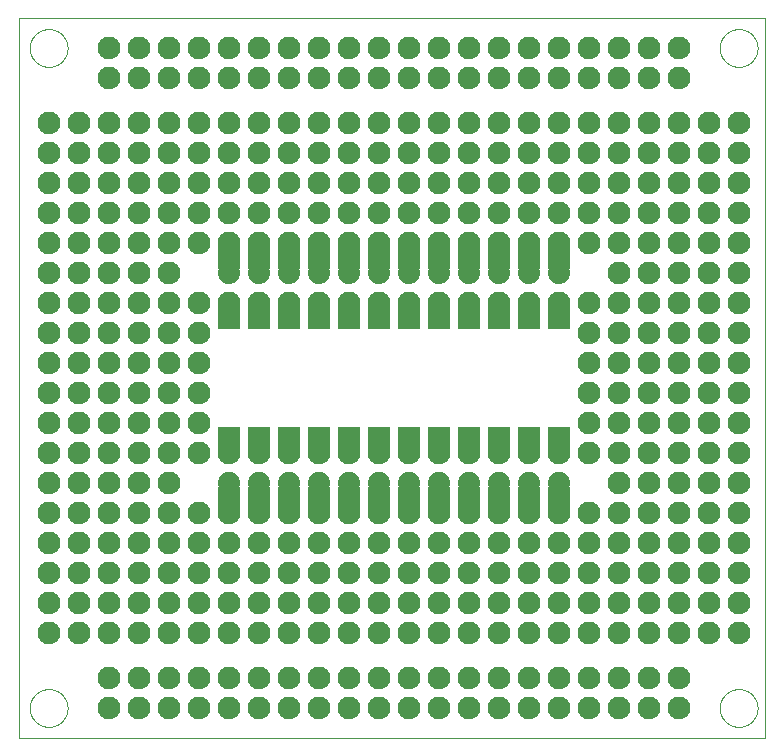
<source format=gtl>
G75*
%MOIN*%
%OFA0B0*%
%FSLAX25Y25*%
%IPPOS*%
%LPD*%
%AMOC8*
5,1,8,0,0,1.08239X$1,22.5*
%
%ADD10C,0.00000*%
%ADD11C,0.07400*%
%ADD12C,0.07600*%
%ADD13R,0.07600X0.07600*%
D10*
X0001167Y0001000D02*
X0001167Y0240961D01*
X0249867Y0240961D01*
X0249867Y0001000D01*
X0001167Y0001000D01*
X0004868Y0011000D02*
X0004870Y0011158D01*
X0004876Y0011316D01*
X0004886Y0011474D01*
X0004900Y0011632D01*
X0004918Y0011789D01*
X0004939Y0011946D01*
X0004965Y0012102D01*
X0004995Y0012258D01*
X0005028Y0012413D01*
X0005066Y0012566D01*
X0005107Y0012719D01*
X0005152Y0012871D01*
X0005201Y0013022D01*
X0005254Y0013171D01*
X0005310Y0013319D01*
X0005370Y0013465D01*
X0005434Y0013610D01*
X0005502Y0013753D01*
X0005573Y0013895D01*
X0005647Y0014035D01*
X0005725Y0014172D01*
X0005807Y0014308D01*
X0005891Y0014442D01*
X0005980Y0014573D01*
X0006071Y0014702D01*
X0006166Y0014829D01*
X0006263Y0014954D01*
X0006364Y0015076D01*
X0006468Y0015195D01*
X0006575Y0015312D01*
X0006685Y0015426D01*
X0006798Y0015537D01*
X0006913Y0015646D01*
X0007031Y0015751D01*
X0007152Y0015853D01*
X0007275Y0015953D01*
X0007401Y0016049D01*
X0007529Y0016142D01*
X0007659Y0016232D01*
X0007792Y0016318D01*
X0007927Y0016402D01*
X0008063Y0016481D01*
X0008202Y0016558D01*
X0008343Y0016630D01*
X0008485Y0016700D01*
X0008629Y0016765D01*
X0008775Y0016827D01*
X0008922Y0016885D01*
X0009071Y0016940D01*
X0009221Y0016991D01*
X0009372Y0017038D01*
X0009524Y0017081D01*
X0009677Y0017120D01*
X0009832Y0017156D01*
X0009987Y0017187D01*
X0010143Y0017215D01*
X0010299Y0017239D01*
X0010456Y0017259D01*
X0010614Y0017275D01*
X0010771Y0017287D01*
X0010930Y0017295D01*
X0011088Y0017299D01*
X0011246Y0017299D01*
X0011404Y0017295D01*
X0011563Y0017287D01*
X0011720Y0017275D01*
X0011878Y0017259D01*
X0012035Y0017239D01*
X0012191Y0017215D01*
X0012347Y0017187D01*
X0012502Y0017156D01*
X0012657Y0017120D01*
X0012810Y0017081D01*
X0012962Y0017038D01*
X0013113Y0016991D01*
X0013263Y0016940D01*
X0013412Y0016885D01*
X0013559Y0016827D01*
X0013705Y0016765D01*
X0013849Y0016700D01*
X0013991Y0016630D01*
X0014132Y0016558D01*
X0014271Y0016481D01*
X0014407Y0016402D01*
X0014542Y0016318D01*
X0014675Y0016232D01*
X0014805Y0016142D01*
X0014933Y0016049D01*
X0015059Y0015953D01*
X0015182Y0015853D01*
X0015303Y0015751D01*
X0015421Y0015646D01*
X0015536Y0015537D01*
X0015649Y0015426D01*
X0015759Y0015312D01*
X0015866Y0015195D01*
X0015970Y0015076D01*
X0016071Y0014954D01*
X0016168Y0014829D01*
X0016263Y0014702D01*
X0016354Y0014573D01*
X0016443Y0014442D01*
X0016527Y0014308D01*
X0016609Y0014172D01*
X0016687Y0014035D01*
X0016761Y0013895D01*
X0016832Y0013753D01*
X0016900Y0013610D01*
X0016964Y0013465D01*
X0017024Y0013319D01*
X0017080Y0013171D01*
X0017133Y0013022D01*
X0017182Y0012871D01*
X0017227Y0012719D01*
X0017268Y0012566D01*
X0017306Y0012413D01*
X0017339Y0012258D01*
X0017369Y0012102D01*
X0017395Y0011946D01*
X0017416Y0011789D01*
X0017434Y0011632D01*
X0017448Y0011474D01*
X0017458Y0011316D01*
X0017464Y0011158D01*
X0017466Y0011000D01*
X0017464Y0010842D01*
X0017458Y0010684D01*
X0017448Y0010526D01*
X0017434Y0010368D01*
X0017416Y0010211D01*
X0017395Y0010054D01*
X0017369Y0009898D01*
X0017339Y0009742D01*
X0017306Y0009587D01*
X0017268Y0009434D01*
X0017227Y0009281D01*
X0017182Y0009129D01*
X0017133Y0008978D01*
X0017080Y0008829D01*
X0017024Y0008681D01*
X0016964Y0008535D01*
X0016900Y0008390D01*
X0016832Y0008247D01*
X0016761Y0008105D01*
X0016687Y0007965D01*
X0016609Y0007828D01*
X0016527Y0007692D01*
X0016443Y0007558D01*
X0016354Y0007427D01*
X0016263Y0007298D01*
X0016168Y0007171D01*
X0016071Y0007046D01*
X0015970Y0006924D01*
X0015866Y0006805D01*
X0015759Y0006688D01*
X0015649Y0006574D01*
X0015536Y0006463D01*
X0015421Y0006354D01*
X0015303Y0006249D01*
X0015182Y0006147D01*
X0015059Y0006047D01*
X0014933Y0005951D01*
X0014805Y0005858D01*
X0014675Y0005768D01*
X0014542Y0005682D01*
X0014407Y0005598D01*
X0014271Y0005519D01*
X0014132Y0005442D01*
X0013991Y0005370D01*
X0013849Y0005300D01*
X0013705Y0005235D01*
X0013559Y0005173D01*
X0013412Y0005115D01*
X0013263Y0005060D01*
X0013113Y0005009D01*
X0012962Y0004962D01*
X0012810Y0004919D01*
X0012657Y0004880D01*
X0012502Y0004844D01*
X0012347Y0004813D01*
X0012191Y0004785D01*
X0012035Y0004761D01*
X0011878Y0004741D01*
X0011720Y0004725D01*
X0011563Y0004713D01*
X0011404Y0004705D01*
X0011246Y0004701D01*
X0011088Y0004701D01*
X0010930Y0004705D01*
X0010771Y0004713D01*
X0010614Y0004725D01*
X0010456Y0004741D01*
X0010299Y0004761D01*
X0010143Y0004785D01*
X0009987Y0004813D01*
X0009832Y0004844D01*
X0009677Y0004880D01*
X0009524Y0004919D01*
X0009372Y0004962D01*
X0009221Y0005009D01*
X0009071Y0005060D01*
X0008922Y0005115D01*
X0008775Y0005173D01*
X0008629Y0005235D01*
X0008485Y0005300D01*
X0008343Y0005370D01*
X0008202Y0005442D01*
X0008063Y0005519D01*
X0007927Y0005598D01*
X0007792Y0005682D01*
X0007659Y0005768D01*
X0007529Y0005858D01*
X0007401Y0005951D01*
X0007275Y0006047D01*
X0007152Y0006147D01*
X0007031Y0006249D01*
X0006913Y0006354D01*
X0006798Y0006463D01*
X0006685Y0006574D01*
X0006575Y0006688D01*
X0006468Y0006805D01*
X0006364Y0006924D01*
X0006263Y0007046D01*
X0006166Y0007171D01*
X0006071Y0007298D01*
X0005980Y0007427D01*
X0005891Y0007558D01*
X0005807Y0007692D01*
X0005725Y0007828D01*
X0005647Y0007965D01*
X0005573Y0008105D01*
X0005502Y0008247D01*
X0005434Y0008390D01*
X0005370Y0008535D01*
X0005310Y0008681D01*
X0005254Y0008829D01*
X0005201Y0008978D01*
X0005152Y0009129D01*
X0005107Y0009281D01*
X0005066Y0009434D01*
X0005028Y0009587D01*
X0004995Y0009742D01*
X0004965Y0009898D01*
X0004939Y0010054D01*
X0004918Y0010211D01*
X0004900Y0010368D01*
X0004886Y0010526D01*
X0004876Y0010684D01*
X0004870Y0010842D01*
X0004868Y0011000D01*
X0004868Y0231000D02*
X0004870Y0231158D01*
X0004876Y0231316D01*
X0004886Y0231474D01*
X0004900Y0231632D01*
X0004918Y0231789D01*
X0004939Y0231946D01*
X0004965Y0232102D01*
X0004995Y0232258D01*
X0005028Y0232413D01*
X0005066Y0232566D01*
X0005107Y0232719D01*
X0005152Y0232871D01*
X0005201Y0233022D01*
X0005254Y0233171D01*
X0005310Y0233319D01*
X0005370Y0233465D01*
X0005434Y0233610D01*
X0005502Y0233753D01*
X0005573Y0233895D01*
X0005647Y0234035D01*
X0005725Y0234172D01*
X0005807Y0234308D01*
X0005891Y0234442D01*
X0005980Y0234573D01*
X0006071Y0234702D01*
X0006166Y0234829D01*
X0006263Y0234954D01*
X0006364Y0235076D01*
X0006468Y0235195D01*
X0006575Y0235312D01*
X0006685Y0235426D01*
X0006798Y0235537D01*
X0006913Y0235646D01*
X0007031Y0235751D01*
X0007152Y0235853D01*
X0007275Y0235953D01*
X0007401Y0236049D01*
X0007529Y0236142D01*
X0007659Y0236232D01*
X0007792Y0236318D01*
X0007927Y0236402D01*
X0008063Y0236481D01*
X0008202Y0236558D01*
X0008343Y0236630D01*
X0008485Y0236700D01*
X0008629Y0236765D01*
X0008775Y0236827D01*
X0008922Y0236885D01*
X0009071Y0236940D01*
X0009221Y0236991D01*
X0009372Y0237038D01*
X0009524Y0237081D01*
X0009677Y0237120D01*
X0009832Y0237156D01*
X0009987Y0237187D01*
X0010143Y0237215D01*
X0010299Y0237239D01*
X0010456Y0237259D01*
X0010614Y0237275D01*
X0010771Y0237287D01*
X0010930Y0237295D01*
X0011088Y0237299D01*
X0011246Y0237299D01*
X0011404Y0237295D01*
X0011563Y0237287D01*
X0011720Y0237275D01*
X0011878Y0237259D01*
X0012035Y0237239D01*
X0012191Y0237215D01*
X0012347Y0237187D01*
X0012502Y0237156D01*
X0012657Y0237120D01*
X0012810Y0237081D01*
X0012962Y0237038D01*
X0013113Y0236991D01*
X0013263Y0236940D01*
X0013412Y0236885D01*
X0013559Y0236827D01*
X0013705Y0236765D01*
X0013849Y0236700D01*
X0013991Y0236630D01*
X0014132Y0236558D01*
X0014271Y0236481D01*
X0014407Y0236402D01*
X0014542Y0236318D01*
X0014675Y0236232D01*
X0014805Y0236142D01*
X0014933Y0236049D01*
X0015059Y0235953D01*
X0015182Y0235853D01*
X0015303Y0235751D01*
X0015421Y0235646D01*
X0015536Y0235537D01*
X0015649Y0235426D01*
X0015759Y0235312D01*
X0015866Y0235195D01*
X0015970Y0235076D01*
X0016071Y0234954D01*
X0016168Y0234829D01*
X0016263Y0234702D01*
X0016354Y0234573D01*
X0016443Y0234442D01*
X0016527Y0234308D01*
X0016609Y0234172D01*
X0016687Y0234035D01*
X0016761Y0233895D01*
X0016832Y0233753D01*
X0016900Y0233610D01*
X0016964Y0233465D01*
X0017024Y0233319D01*
X0017080Y0233171D01*
X0017133Y0233022D01*
X0017182Y0232871D01*
X0017227Y0232719D01*
X0017268Y0232566D01*
X0017306Y0232413D01*
X0017339Y0232258D01*
X0017369Y0232102D01*
X0017395Y0231946D01*
X0017416Y0231789D01*
X0017434Y0231632D01*
X0017448Y0231474D01*
X0017458Y0231316D01*
X0017464Y0231158D01*
X0017466Y0231000D01*
X0017464Y0230842D01*
X0017458Y0230684D01*
X0017448Y0230526D01*
X0017434Y0230368D01*
X0017416Y0230211D01*
X0017395Y0230054D01*
X0017369Y0229898D01*
X0017339Y0229742D01*
X0017306Y0229587D01*
X0017268Y0229434D01*
X0017227Y0229281D01*
X0017182Y0229129D01*
X0017133Y0228978D01*
X0017080Y0228829D01*
X0017024Y0228681D01*
X0016964Y0228535D01*
X0016900Y0228390D01*
X0016832Y0228247D01*
X0016761Y0228105D01*
X0016687Y0227965D01*
X0016609Y0227828D01*
X0016527Y0227692D01*
X0016443Y0227558D01*
X0016354Y0227427D01*
X0016263Y0227298D01*
X0016168Y0227171D01*
X0016071Y0227046D01*
X0015970Y0226924D01*
X0015866Y0226805D01*
X0015759Y0226688D01*
X0015649Y0226574D01*
X0015536Y0226463D01*
X0015421Y0226354D01*
X0015303Y0226249D01*
X0015182Y0226147D01*
X0015059Y0226047D01*
X0014933Y0225951D01*
X0014805Y0225858D01*
X0014675Y0225768D01*
X0014542Y0225682D01*
X0014407Y0225598D01*
X0014271Y0225519D01*
X0014132Y0225442D01*
X0013991Y0225370D01*
X0013849Y0225300D01*
X0013705Y0225235D01*
X0013559Y0225173D01*
X0013412Y0225115D01*
X0013263Y0225060D01*
X0013113Y0225009D01*
X0012962Y0224962D01*
X0012810Y0224919D01*
X0012657Y0224880D01*
X0012502Y0224844D01*
X0012347Y0224813D01*
X0012191Y0224785D01*
X0012035Y0224761D01*
X0011878Y0224741D01*
X0011720Y0224725D01*
X0011563Y0224713D01*
X0011404Y0224705D01*
X0011246Y0224701D01*
X0011088Y0224701D01*
X0010930Y0224705D01*
X0010771Y0224713D01*
X0010614Y0224725D01*
X0010456Y0224741D01*
X0010299Y0224761D01*
X0010143Y0224785D01*
X0009987Y0224813D01*
X0009832Y0224844D01*
X0009677Y0224880D01*
X0009524Y0224919D01*
X0009372Y0224962D01*
X0009221Y0225009D01*
X0009071Y0225060D01*
X0008922Y0225115D01*
X0008775Y0225173D01*
X0008629Y0225235D01*
X0008485Y0225300D01*
X0008343Y0225370D01*
X0008202Y0225442D01*
X0008063Y0225519D01*
X0007927Y0225598D01*
X0007792Y0225682D01*
X0007659Y0225768D01*
X0007529Y0225858D01*
X0007401Y0225951D01*
X0007275Y0226047D01*
X0007152Y0226147D01*
X0007031Y0226249D01*
X0006913Y0226354D01*
X0006798Y0226463D01*
X0006685Y0226574D01*
X0006575Y0226688D01*
X0006468Y0226805D01*
X0006364Y0226924D01*
X0006263Y0227046D01*
X0006166Y0227171D01*
X0006071Y0227298D01*
X0005980Y0227427D01*
X0005891Y0227558D01*
X0005807Y0227692D01*
X0005725Y0227828D01*
X0005647Y0227965D01*
X0005573Y0228105D01*
X0005502Y0228247D01*
X0005434Y0228390D01*
X0005370Y0228535D01*
X0005310Y0228681D01*
X0005254Y0228829D01*
X0005201Y0228978D01*
X0005152Y0229129D01*
X0005107Y0229281D01*
X0005066Y0229434D01*
X0005028Y0229587D01*
X0004995Y0229742D01*
X0004965Y0229898D01*
X0004939Y0230054D01*
X0004918Y0230211D01*
X0004900Y0230368D01*
X0004886Y0230526D01*
X0004876Y0230684D01*
X0004870Y0230842D01*
X0004868Y0231000D01*
X0234868Y0231000D02*
X0234870Y0231158D01*
X0234876Y0231316D01*
X0234886Y0231474D01*
X0234900Y0231632D01*
X0234918Y0231789D01*
X0234939Y0231946D01*
X0234965Y0232102D01*
X0234995Y0232258D01*
X0235028Y0232413D01*
X0235066Y0232566D01*
X0235107Y0232719D01*
X0235152Y0232871D01*
X0235201Y0233022D01*
X0235254Y0233171D01*
X0235310Y0233319D01*
X0235370Y0233465D01*
X0235434Y0233610D01*
X0235502Y0233753D01*
X0235573Y0233895D01*
X0235647Y0234035D01*
X0235725Y0234172D01*
X0235807Y0234308D01*
X0235891Y0234442D01*
X0235980Y0234573D01*
X0236071Y0234702D01*
X0236166Y0234829D01*
X0236263Y0234954D01*
X0236364Y0235076D01*
X0236468Y0235195D01*
X0236575Y0235312D01*
X0236685Y0235426D01*
X0236798Y0235537D01*
X0236913Y0235646D01*
X0237031Y0235751D01*
X0237152Y0235853D01*
X0237275Y0235953D01*
X0237401Y0236049D01*
X0237529Y0236142D01*
X0237659Y0236232D01*
X0237792Y0236318D01*
X0237927Y0236402D01*
X0238063Y0236481D01*
X0238202Y0236558D01*
X0238343Y0236630D01*
X0238485Y0236700D01*
X0238629Y0236765D01*
X0238775Y0236827D01*
X0238922Y0236885D01*
X0239071Y0236940D01*
X0239221Y0236991D01*
X0239372Y0237038D01*
X0239524Y0237081D01*
X0239677Y0237120D01*
X0239832Y0237156D01*
X0239987Y0237187D01*
X0240143Y0237215D01*
X0240299Y0237239D01*
X0240456Y0237259D01*
X0240614Y0237275D01*
X0240771Y0237287D01*
X0240930Y0237295D01*
X0241088Y0237299D01*
X0241246Y0237299D01*
X0241404Y0237295D01*
X0241563Y0237287D01*
X0241720Y0237275D01*
X0241878Y0237259D01*
X0242035Y0237239D01*
X0242191Y0237215D01*
X0242347Y0237187D01*
X0242502Y0237156D01*
X0242657Y0237120D01*
X0242810Y0237081D01*
X0242962Y0237038D01*
X0243113Y0236991D01*
X0243263Y0236940D01*
X0243412Y0236885D01*
X0243559Y0236827D01*
X0243705Y0236765D01*
X0243849Y0236700D01*
X0243991Y0236630D01*
X0244132Y0236558D01*
X0244271Y0236481D01*
X0244407Y0236402D01*
X0244542Y0236318D01*
X0244675Y0236232D01*
X0244805Y0236142D01*
X0244933Y0236049D01*
X0245059Y0235953D01*
X0245182Y0235853D01*
X0245303Y0235751D01*
X0245421Y0235646D01*
X0245536Y0235537D01*
X0245649Y0235426D01*
X0245759Y0235312D01*
X0245866Y0235195D01*
X0245970Y0235076D01*
X0246071Y0234954D01*
X0246168Y0234829D01*
X0246263Y0234702D01*
X0246354Y0234573D01*
X0246443Y0234442D01*
X0246527Y0234308D01*
X0246609Y0234172D01*
X0246687Y0234035D01*
X0246761Y0233895D01*
X0246832Y0233753D01*
X0246900Y0233610D01*
X0246964Y0233465D01*
X0247024Y0233319D01*
X0247080Y0233171D01*
X0247133Y0233022D01*
X0247182Y0232871D01*
X0247227Y0232719D01*
X0247268Y0232566D01*
X0247306Y0232413D01*
X0247339Y0232258D01*
X0247369Y0232102D01*
X0247395Y0231946D01*
X0247416Y0231789D01*
X0247434Y0231632D01*
X0247448Y0231474D01*
X0247458Y0231316D01*
X0247464Y0231158D01*
X0247466Y0231000D01*
X0247464Y0230842D01*
X0247458Y0230684D01*
X0247448Y0230526D01*
X0247434Y0230368D01*
X0247416Y0230211D01*
X0247395Y0230054D01*
X0247369Y0229898D01*
X0247339Y0229742D01*
X0247306Y0229587D01*
X0247268Y0229434D01*
X0247227Y0229281D01*
X0247182Y0229129D01*
X0247133Y0228978D01*
X0247080Y0228829D01*
X0247024Y0228681D01*
X0246964Y0228535D01*
X0246900Y0228390D01*
X0246832Y0228247D01*
X0246761Y0228105D01*
X0246687Y0227965D01*
X0246609Y0227828D01*
X0246527Y0227692D01*
X0246443Y0227558D01*
X0246354Y0227427D01*
X0246263Y0227298D01*
X0246168Y0227171D01*
X0246071Y0227046D01*
X0245970Y0226924D01*
X0245866Y0226805D01*
X0245759Y0226688D01*
X0245649Y0226574D01*
X0245536Y0226463D01*
X0245421Y0226354D01*
X0245303Y0226249D01*
X0245182Y0226147D01*
X0245059Y0226047D01*
X0244933Y0225951D01*
X0244805Y0225858D01*
X0244675Y0225768D01*
X0244542Y0225682D01*
X0244407Y0225598D01*
X0244271Y0225519D01*
X0244132Y0225442D01*
X0243991Y0225370D01*
X0243849Y0225300D01*
X0243705Y0225235D01*
X0243559Y0225173D01*
X0243412Y0225115D01*
X0243263Y0225060D01*
X0243113Y0225009D01*
X0242962Y0224962D01*
X0242810Y0224919D01*
X0242657Y0224880D01*
X0242502Y0224844D01*
X0242347Y0224813D01*
X0242191Y0224785D01*
X0242035Y0224761D01*
X0241878Y0224741D01*
X0241720Y0224725D01*
X0241563Y0224713D01*
X0241404Y0224705D01*
X0241246Y0224701D01*
X0241088Y0224701D01*
X0240930Y0224705D01*
X0240771Y0224713D01*
X0240614Y0224725D01*
X0240456Y0224741D01*
X0240299Y0224761D01*
X0240143Y0224785D01*
X0239987Y0224813D01*
X0239832Y0224844D01*
X0239677Y0224880D01*
X0239524Y0224919D01*
X0239372Y0224962D01*
X0239221Y0225009D01*
X0239071Y0225060D01*
X0238922Y0225115D01*
X0238775Y0225173D01*
X0238629Y0225235D01*
X0238485Y0225300D01*
X0238343Y0225370D01*
X0238202Y0225442D01*
X0238063Y0225519D01*
X0237927Y0225598D01*
X0237792Y0225682D01*
X0237659Y0225768D01*
X0237529Y0225858D01*
X0237401Y0225951D01*
X0237275Y0226047D01*
X0237152Y0226147D01*
X0237031Y0226249D01*
X0236913Y0226354D01*
X0236798Y0226463D01*
X0236685Y0226574D01*
X0236575Y0226688D01*
X0236468Y0226805D01*
X0236364Y0226924D01*
X0236263Y0227046D01*
X0236166Y0227171D01*
X0236071Y0227298D01*
X0235980Y0227427D01*
X0235891Y0227558D01*
X0235807Y0227692D01*
X0235725Y0227828D01*
X0235647Y0227965D01*
X0235573Y0228105D01*
X0235502Y0228247D01*
X0235434Y0228390D01*
X0235370Y0228535D01*
X0235310Y0228681D01*
X0235254Y0228829D01*
X0235201Y0228978D01*
X0235152Y0229129D01*
X0235107Y0229281D01*
X0235066Y0229434D01*
X0235028Y0229587D01*
X0234995Y0229742D01*
X0234965Y0229898D01*
X0234939Y0230054D01*
X0234918Y0230211D01*
X0234900Y0230368D01*
X0234886Y0230526D01*
X0234876Y0230684D01*
X0234870Y0230842D01*
X0234868Y0231000D01*
X0234868Y0011000D02*
X0234870Y0011158D01*
X0234876Y0011316D01*
X0234886Y0011474D01*
X0234900Y0011632D01*
X0234918Y0011789D01*
X0234939Y0011946D01*
X0234965Y0012102D01*
X0234995Y0012258D01*
X0235028Y0012413D01*
X0235066Y0012566D01*
X0235107Y0012719D01*
X0235152Y0012871D01*
X0235201Y0013022D01*
X0235254Y0013171D01*
X0235310Y0013319D01*
X0235370Y0013465D01*
X0235434Y0013610D01*
X0235502Y0013753D01*
X0235573Y0013895D01*
X0235647Y0014035D01*
X0235725Y0014172D01*
X0235807Y0014308D01*
X0235891Y0014442D01*
X0235980Y0014573D01*
X0236071Y0014702D01*
X0236166Y0014829D01*
X0236263Y0014954D01*
X0236364Y0015076D01*
X0236468Y0015195D01*
X0236575Y0015312D01*
X0236685Y0015426D01*
X0236798Y0015537D01*
X0236913Y0015646D01*
X0237031Y0015751D01*
X0237152Y0015853D01*
X0237275Y0015953D01*
X0237401Y0016049D01*
X0237529Y0016142D01*
X0237659Y0016232D01*
X0237792Y0016318D01*
X0237927Y0016402D01*
X0238063Y0016481D01*
X0238202Y0016558D01*
X0238343Y0016630D01*
X0238485Y0016700D01*
X0238629Y0016765D01*
X0238775Y0016827D01*
X0238922Y0016885D01*
X0239071Y0016940D01*
X0239221Y0016991D01*
X0239372Y0017038D01*
X0239524Y0017081D01*
X0239677Y0017120D01*
X0239832Y0017156D01*
X0239987Y0017187D01*
X0240143Y0017215D01*
X0240299Y0017239D01*
X0240456Y0017259D01*
X0240614Y0017275D01*
X0240771Y0017287D01*
X0240930Y0017295D01*
X0241088Y0017299D01*
X0241246Y0017299D01*
X0241404Y0017295D01*
X0241563Y0017287D01*
X0241720Y0017275D01*
X0241878Y0017259D01*
X0242035Y0017239D01*
X0242191Y0017215D01*
X0242347Y0017187D01*
X0242502Y0017156D01*
X0242657Y0017120D01*
X0242810Y0017081D01*
X0242962Y0017038D01*
X0243113Y0016991D01*
X0243263Y0016940D01*
X0243412Y0016885D01*
X0243559Y0016827D01*
X0243705Y0016765D01*
X0243849Y0016700D01*
X0243991Y0016630D01*
X0244132Y0016558D01*
X0244271Y0016481D01*
X0244407Y0016402D01*
X0244542Y0016318D01*
X0244675Y0016232D01*
X0244805Y0016142D01*
X0244933Y0016049D01*
X0245059Y0015953D01*
X0245182Y0015853D01*
X0245303Y0015751D01*
X0245421Y0015646D01*
X0245536Y0015537D01*
X0245649Y0015426D01*
X0245759Y0015312D01*
X0245866Y0015195D01*
X0245970Y0015076D01*
X0246071Y0014954D01*
X0246168Y0014829D01*
X0246263Y0014702D01*
X0246354Y0014573D01*
X0246443Y0014442D01*
X0246527Y0014308D01*
X0246609Y0014172D01*
X0246687Y0014035D01*
X0246761Y0013895D01*
X0246832Y0013753D01*
X0246900Y0013610D01*
X0246964Y0013465D01*
X0247024Y0013319D01*
X0247080Y0013171D01*
X0247133Y0013022D01*
X0247182Y0012871D01*
X0247227Y0012719D01*
X0247268Y0012566D01*
X0247306Y0012413D01*
X0247339Y0012258D01*
X0247369Y0012102D01*
X0247395Y0011946D01*
X0247416Y0011789D01*
X0247434Y0011632D01*
X0247448Y0011474D01*
X0247458Y0011316D01*
X0247464Y0011158D01*
X0247466Y0011000D01*
X0247464Y0010842D01*
X0247458Y0010684D01*
X0247448Y0010526D01*
X0247434Y0010368D01*
X0247416Y0010211D01*
X0247395Y0010054D01*
X0247369Y0009898D01*
X0247339Y0009742D01*
X0247306Y0009587D01*
X0247268Y0009434D01*
X0247227Y0009281D01*
X0247182Y0009129D01*
X0247133Y0008978D01*
X0247080Y0008829D01*
X0247024Y0008681D01*
X0246964Y0008535D01*
X0246900Y0008390D01*
X0246832Y0008247D01*
X0246761Y0008105D01*
X0246687Y0007965D01*
X0246609Y0007828D01*
X0246527Y0007692D01*
X0246443Y0007558D01*
X0246354Y0007427D01*
X0246263Y0007298D01*
X0246168Y0007171D01*
X0246071Y0007046D01*
X0245970Y0006924D01*
X0245866Y0006805D01*
X0245759Y0006688D01*
X0245649Y0006574D01*
X0245536Y0006463D01*
X0245421Y0006354D01*
X0245303Y0006249D01*
X0245182Y0006147D01*
X0245059Y0006047D01*
X0244933Y0005951D01*
X0244805Y0005858D01*
X0244675Y0005768D01*
X0244542Y0005682D01*
X0244407Y0005598D01*
X0244271Y0005519D01*
X0244132Y0005442D01*
X0243991Y0005370D01*
X0243849Y0005300D01*
X0243705Y0005235D01*
X0243559Y0005173D01*
X0243412Y0005115D01*
X0243263Y0005060D01*
X0243113Y0005009D01*
X0242962Y0004962D01*
X0242810Y0004919D01*
X0242657Y0004880D01*
X0242502Y0004844D01*
X0242347Y0004813D01*
X0242191Y0004785D01*
X0242035Y0004761D01*
X0241878Y0004741D01*
X0241720Y0004725D01*
X0241563Y0004713D01*
X0241404Y0004705D01*
X0241246Y0004701D01*
X0241088Y0004701D01*
X0240930Y0004705D01*
X0240771Y0004713D01*
X0240614Y0004725D01*
X0240456Y0004741D01*
X0240299Y0004761D01*
X0240143Y0004785D01*
X0239987Y0004813D01*
X0239832Y0004844D01*
X0239677Y0004880D01*
X0239524Y0004919D01*
X0239372Y0004962D01*
X0239221Y0005009D01*
X0239071Y0005060D01*
X0238922Y0005115D01*
X0238775Y0005173D01*
X0238629Y0005235D01*
X0238485Y0005300D01*
X0238343Y0005370D01*
X0238202Y0005442D01*
X0238063Y0005519D01*
X0237927Y0005598D01*
X0237792Y0005682D01*
X0237659Y0005768D01*
X0237529Y0005858D01*
X0237401Y0005951D01*
X0237275Y0006047D01*
X0237152Y0006147D01*
X0237031Y0006249D01*
X0236913Y0006354D01*
X0236798Y0006463D01*
X0236685Y0006574D01*
X0236575Y0006688D01*
X0236468Y0006805D01*
X0236364Y0006924D01*
X0236263Y0007046D01*
X0236166Y0007171D01*
X0236071Y0007298D01*
X0235980Y0007427D01*
X0235891Y0007558D01*
X0235807Y0007692D01*
X0235725Y0007828D01*
X0235647Y0007965D01*
X0235573Y0008105D01*
X0235502Y0008247D01*
X0235434Y0008390D01*
X0235370Y0008535D01*
X0235310Y0008681D01*
X0235254Y0008829D01*
X0235201Y0008978D01*
X0235152Y0009129D01*
X0235107Y0009281D01*
X0235066Y0009434D01*
X0235028Y0009587D01*
X0234995Y0009742D01*
X0234965Y0009898D01*
X0234939Y0010054D01*
X0234918Y0010211D01*
X0234900Y0010368D01*
X0234886Y0010526D01*
X0234876Y0010684D01*
X0234870Y0010842D01*
X0234868Y0011000D01*
D11*
X0181167Y0086000D03*
X0171167Y0086000D03*
X0161167Y0086000D03*
X0151167Y0086000D03*
X0141167Y0086000D03*
X0131167Y0086000D03*
X0121167Y0086000D03*
X0111167Y0086000D03*
X0101167Y0086000D03*
X0091167Y0086000D03*
X0081167Y0086000D03*
X0071167Y0086000D03*
X0071167Y0156000D03*
X0081167Y0156000D03*
X0091167Y0156000D03*
X0101167Y0156000D03*
X0111167Y0156000D03*
X0121167Y0156000D03*
X0131167Y0156000D03*
X0141167Y0156000D03*
X0151167Y0156000D03*
X0161167Y0156000D03*
X0171167Y0156000D03*
X0181167Y0156000D03*
D12*
X0181167Y0146000D03*
X0191167Y0146000D03*
X0201167Y0146000D03*
X0211167Y0146000D03*
X0221167Y0146000D03*
X0231167Y0146000D03*
X0241167Y0146000D03*
X0241167Y0136000D03*
X0241167Y0126000D03*
X0231167Y0126000D03*
X0231167Y0136000D03*
X0221167Y0136000D03*
X0221167Y0126000D03*
X0211167Y0126000D03*
X0211167Y0136000D03*
X0201167Y0136000D03*
X0201167Y0126000D03*
X0191167Y0126000D03*
X0191167Y0136000D03*
X0201167Y0156000D03*
X0211167Y0156000D03*
X0221167Y0156000D03*
X0231167Y0156000D03*
X0241167Y0156000D03*
X0241167Y0166000D03*
X0241167Y0176000D03*
X0241167Y0186000D03*
X0231167Y0186000D03*
X0231167Y0176000D03*
X0231167Y0166000D03*
X0221167Y0166000D03*
X0221167Y0176000D03*
X0221167Y0186000D03*
X0211167Y0186000D03*
X0211167Y0176000D03*
X0211167Y0166000D03*
X0201167Y0166000D03*
X0201167Y0176000D03*
X0201167Y0186000D03*
X0191167Y0186000D03*
X0191167Y0176000D03*
X0191167Y0166000D03*
X0181167Y0166000D03*
X0181167Y0176000D03*
X0181167Y0186000D03*
X0171167Y0186000D03*
X0171167Y0176000D03*
X0171167Y0166000D03*
X0161167Y0166000D03*
X0161167Y0176000D03*
X0161167Y0186000D03*
X0151167Y0186000D03*
X0151167Y0176000D03*
X0151167Y0166000D03*
X0141167Y0166000D03*
X0141167Y0176000D03*
X0141167Y0186000D03*
X0131167Y0186000D03*
X0131167Y0176000D03*
X0131167Y0166000D03*
X0121167Y0166000D03*
X0121167Y0176000D03*
X0121167Y0186000D03*
X0111167Y0186000D03*
X0111167Y0176000D03*
X0111167Y0166000D03*
X0101167Y0166000D03*
X0101167Y0176000D03*
X0101167Y0186000D03*
X0091167Y0186000D03*
X0091167Y0176000D03*
X0091167Y0166000D03*
X0081167Y0166000D03*
X0081167Y0176000D03*
X0081167Y0186000D03*
X0071167Y0186000D03*
X0071167Y0176000D03*
X0071167Y0166000D03*
X0061167Y0166000D03*
X0061167Y0176000D03*
X0061167Y0186000D03*
X0051167Y0186000D03*
X0051167Y0176000D03*
X0051167Y0166000D03*
X0051167Y0156000D03*
X0051167Y0146000D03*
X0061167Y0146000D03*
X0071167Y0146000D03*
X0081167Y0146000D03*
X0091167Y0146000D03*
X0101167Y0146000D03*
X0111167Y0146000D03*
X0121167Y0146000D03*
X0131167Y0146000D03*
X0141167Y0146000D03*
X0151167Y0146000D03*
X0161167Y0146000D03*
X0171167Y0146000D03*
X0191167Y0116000D03*
X0201167Y0116000D03*
X0211167Y0116000D03*
X0221167Y0116000D03*
X0231167Y0116000D03*
X0241167Y0116000D03*
X0241167Y0106000D03*
X0241167Y0096000D03*
X0241167Y0086000D03*
X0241167Y0076000D03*
X0241167Y0066000D03*
X0241167Y0056000D03*
X0241167Y0046000D03*
X0231167Y0046000D03*
X0231167Y0056000D03*
X0231167Y0066000D03*
X0231167Y0076000D03*
X0231167Y0086000D03*
X0231167Y0096000D03*
X0231167Y0106000D03*
X0221167Y0106000D03*
X0221167Y0096000D03*
X0221167Y0086000D03*
X0221167Y0076000D03*
X0221167Y0066000D03*
X0221167Y0056000D03*
X0221167Y0046000D03*
X0211167Y0046000D03*
X0211167Y0056000D03*
X0211167Y0066000D03*
X0211167Y0076000D03*
X0211167Y0086000D03*
X0211167Y0096000D03*
X0211167Y0106000D03*
X0201167Y0106000D03*
X0201167Y0096000D03*
X0201167Y0086000D03*
X0201167Y0076000D03*
X0201167Y0066000D03*
X0201167Y0056000D03*
X0201167Y0046000D03*
X0191167Y0046000D03*
X0191167Y0056000D03*
X0191167Y0066000D03*
X0191167Y0076000D03*
X0181167Y0076000D03*
X0181167Y0066000D03*
X0181167Y0056000D03*
X0181167Y0046000D03*
X0171167Y0046000D03*
X0171167Y0056000D03*
X0171167Y0066000D03*
X0171167Y0076000D03*
X0161167Y0076000D03*
X0161167Y0066000D03*
X0161167Y0056000D03*
X0161167Y0046000D03*
X0151167Y0046000D03*
X0151167Y0056000D03*
X0151167Y0066000D03*
X0151167Y0076000D03*
X0141167Y0076000D03*
X0141167Y0066000D03*
X0141167Y0056000D03*
X0141167Y0046000D03*
X0131167Y0046000D03*
X0131167Y0056000D03*
X0131167Y0066000D03*
X0131167Y0076000D03*
X0121167Y0076000D03*
X0121167Y0076000D03*
X0121167Y0066000D03*
X0121167Y0056000D03*
X0121167Y0046000D03*
X0111167Y0046000D03*
X0111167Y0056000D03*
X0111167Y0066000D03*
X0111167Y0076000D03*
X0101167Y0076000D03*
X0101167Y0066000D03*
X0101167Y0056000D03*
X0101167Y0046000D03*
X0091167Y0046000D03*
X0091167Y0056000D03*
X0091167Y0066000D03*
X0091167Y0076000D03*
X0081167Y0076000D03*
X0081167Y0066000D03*
X0081167Y0056000D03*
X0081167Y0046000D03*
X0071167Y0046000D03*
X0071167Y0056000D03*
X0071167Y0066000D03*
X0071167Y0076000D03*
X0061167Y0076000D03*
X0061167Y0066000D03*
X0061167Y0056000D03*
X0061167Y0046000D03*
X0051167Y0046000D03*
X0051167Y0056000D03*
X0051167Y0066000D03*
X0051167Y0076000D03*
X0051167Y0086000D03*
X0051167Y0096000D03*
X0061167Y0096000D03*
X0071167Y0096000D03*
X0081167Y0096000D03*
X0091167Y0096000D03*
X0101167Y0096000D03*
X0111167Y0096000D03*
X0121167Y0096000D03*
X0131167Y0096000D03*
X0141167Y0096000D03*
X0151167Y0096000D03*
X0161167Y0096000D03*
X0171167Y0096000D03*
X0181167Y0096000D03*
X0191167Y0096000D03*
X0191167Y0106000D03*
X0191167Y0036000D03*
X0201167Y0036000D03*
X0211167Y0036000D03*
X0221167Y0036000D03*
X0231167Y0036000D03*
X0241167Y0036000D03*
X0221167Y0021000D03*
X0221167Y0011000D03*
X0211167Y0011000D03*
X0211167Y0021000D03*
X0201167Y0021000D03*
X0201167Y0011000D03*
X0191167Y0011000D03*
X0191167Y0021000D03*
X0181167Y0021000D03*
X0181167Y0011000D03*
X0171167Y0011000D03*
X0171167Y0021000D03*
X0161167Y0021000D03*
X0161167Y0011000D03*
X0151167Y0011000D03*
X0151167Y0021000D03*
X0141167Y0021000D03*
X0141167Y0011000D03*
X0131167Y0011000D03*
X0131167Y0021000D03*
X0121167Y0021000D03*
X0121167Y0011000D03*
X0111167Y0011000D03*
X0111167Y0021000D03*
X0101167Y0021000D03*
X0101167Y0011000D03*
X0091167Y0011000D03*
X0091167Y0021000D03*
X0081167Y0021000D03*
X0081167Y0011000D03*
X0071167Y0011000D03*
X0071167Y0021000D03*
X0061167Y0021000D03*
X0061167Y0011000D03*
X0051167Y0011000D03*
X0051167Y0021000D03*
X0041167Y0021000D03*
X0041167Y0011000D03*
X0031167Y0011000D03*
X0031167Y0021000D03*
X0031167Y0036000D03*
X0041167Y0036000D03*
X0051167Y0036000D03*
X0061167Y0036000D03*
X0071167Y0036000D03*
X0081167Y0036000D03*
X0091167Y0036000D03*
X0101167Y0036000D03*
X0111167Y0036000D03*
X0121167Y0036000D03*
X0131167Y0036000D03*
X0141167Y0036000D03*
X0151167Y0036000D03*
X0161167Y0036000D03*
X0171167Y0036000D03*
X0181167Y0036000D03*
X0061167Y0106000D03*
X0061167Y0116000D03*
X0051167Y0116000D03*
X0051167Y0106000D03*
X0041167Y0106000D03*
X0041167Y0096000D03*
X0041167Y0086000D03*
X0041167Y0076000D03*
X0041167Y0066000D03*
X0041167Y0056000D03*
X0041167Y0046000D03*
X0031167Y0046000D03*
X0031167Y0056000D03*
X0031167Y0066000D03*
X0031167Y0076000D03*
X0031167Y0086000D03*
X0031167Y0096000D03*
X0031167Y0106000D03*
X0031167Y0116000D03*
X0041167Y0116000D03*
X0041167Y0126000D03*
X0051167Y0126000D03*
X0061167Y0126000D03*
X0061167Y0136000D03*
X0051167Y0136000D03*
X0041167Y0136000D03*
X0041167Y0146000D03*
X0041167Y0156000D03*
X0041167Y0166000D03*
X0041167Y0176000D03*
X0041167Y0186000D03*
X0031167Y0186000D03*
X0031167Y0176000D03*
X0031167Y0166000D03*
X0031167Y0156000D03*
X0031167Y0146000D03*
X0031167Y0136000D03*
X0031167Y0126000D03*
X0021167Y0126000D03*
X0021167Y0136000D03*
X0021167Y0146000D03*
X0021167Y0156000D03*
X0021167Y0166000D03*
X0021167Y0176000D03*
X0021167Y0186000D03*
X0011167Y0186000D03*
X0011167Y0176000D03*
X0011167Y0166000D03*
X0011167Y0156000D03*
X0011167Y0146000D03*
X0011167Y0136000D03*
X0011167Y0126000D03*
X0011167Y0116000D03*
X0021167Y0116000D03*
X0021167Y0106000D03*
X0021167Y0096000D03*
X0021167Y0086000D03*
X0021167Y0076000D03*
X0021167Y0066000D03*
X0021167Y0056000D03*
X0021167Y0046000D03*
X0011167Y0046000D03*
X0011167Y0056000D03*
X0011167Y0066000D03*
X0011167Y0076000D03*
X0011167Y0086000D03*
X0011167Y0096000D03*
X0011167Y0106000D03*
X0011167Y0036000D03*
X0021167Y0036000D03*
X0021167Y0196000D03*
X0031167Y0196000D03*
X0041167Y0196000D03*
X0051167Y0196000D03*
X0061167Y0196000D03*
X0071167Y0196000D03*
X0081167Y0196000D03*
X0091167Y0196000D03*
X0101167Y0196000D03*
X0111167Y0196000D03*
X0121167Y0196000D03*
X0131167Y0196000D03*
X0141167Y0196000D03*
X0151167Y0196000D03*
X0161167Y0196000D03*
X0171167Y0196000D03*
X0181167Y0196000D03*
X0191167Y0196000D03*
X0201167Y0196000D03*
X0211167Y0196000D03*
X0221167Y0196000D03*
X0231167Y0196000D03*
X0241167Y0196000D03*
X0241167Y0206000D03*
X0231167Y0206000D03*
X0221167Y0206000D03*
X0211167Y0206000D03*
X0201167Y0206000D03*
X0191167Y0206000D03*
X0181167Y0206000D03*
X0171167Y0206000D03*
X0161167Y0206000D03*
X0151167Y0206000D03*
X0141167Y0206000D03*
X0131167Y0206000D03*
X0121167Y0206000D03*
X0111167Y0206000D03*
X0101167Y0206000D03*
X0091167Y0206000D03*
X0081167Y0206000D03*
X0071167Y0206000D03*
X0061167Y0206000D03*
X0051167Y0206000D03*
X0041167Y0206000D03*
X0031167Y0206000D03*
X0021167Y0206000D03*
X0011167Y0206000D03*
X0011167Y0196000D03*
X0031167Y0221000D03*
X0041167Y0221000D03*
X0051167Y0221000D03*
X0061167Y0221000D03*
X0071167Y0221000D03*
X0081167Y0221000D03*
X0091167Y0221000D03*
X0101167Y0221000D03*
X0111167Y0221000D03*
X0121167Y0221000D03*
X0131167Y0221000D03*
X0141167Y0221000D03*
X0151167Y0221000D03*
X0161167Y0221000D03*
X0171167Y0221000D03*
X0181167Y0221000D03*
X0191167Y0221000D03*
X0201167Y0221000D03*
X0211167Y0221000D03*
X0221167Y0221000D03*
X0221167Y0231000D03*
X0211167Y0231000D03*
X0201167Y0231000D03*
X0191167Y0231000D03*
X0181167Y0231000D03*
X0171167Y0231000D03*
X0161167Y0231000D03*
X0151167Y0231000D03*
X0141167Y0231000D03*
X0131167Y0231000D03*
X0121167Y0231000D03*
X0111167Y0231000D03*
X0101167Y0231000D03*
X0091167Y0231000D03*
X0081167Y0231000D03*
X0071167Y0231000D03*
X0061167Y0231000D03*
X0051167Y0231000D03*
X0041167Y0231000D03*
X0031167Y0231000D03*
D13*
X0071167Y0161000D03*
X0081167Y0161000D03*
X0091167Y0161000D03*
X0101167Y0161000D03*
X0111167Y0161000D03*
X0121167Y0161000D03*
X0131167Y0161000D03*
X0141167Y0161000D03*
X0151167Y0161000D03*
X0161167Y0161000D03*
X0171167Y0161000D03*
X0181167Y0161000D03*
X0181167Y0141000D03*
X0171167Y0141000D03*
X0161167Y0141000D03*
X0151167Y0141000D03*
X0141167Y0141000D03*
X0131167Y0141000D03*
X0121167Y0141000D03*
X0111167Y0141000D03*
X0101167Y0141000D03*
X0091167Y0141000D03*
X0081167Y0141000D03*
X0071167Y0141000D03*
X0071167Y0101000D03*
X0081167Y0101000D03*
X0091167Y0101000D03*
X0101167Y0101000D03*
X0111167Y0101000D03*
X0121167Y0101000D03*
X0131167Y0101000D03*
X0141167Y0101000D03*
X0151167Y0101000D03*
X0161167Y0101000D03*
X0171167Y0101000D03*
X0181167Y0101000D03*
X0181167Y0081000D03*
X0171167Y0081000D03*
X0161167Y0081000D03*
X0151167Y0081000D03*
X0141167Y0081000D03*
X0131167Y0081000D03*
X0121167Y0081000D03*
X0111167Y0081000D03*
X0101167Y0081000D03*
X0091167Y0081000D03*
X0081167Y0081000D03*
X0071167Y0081000D03*
M02*

</source>
